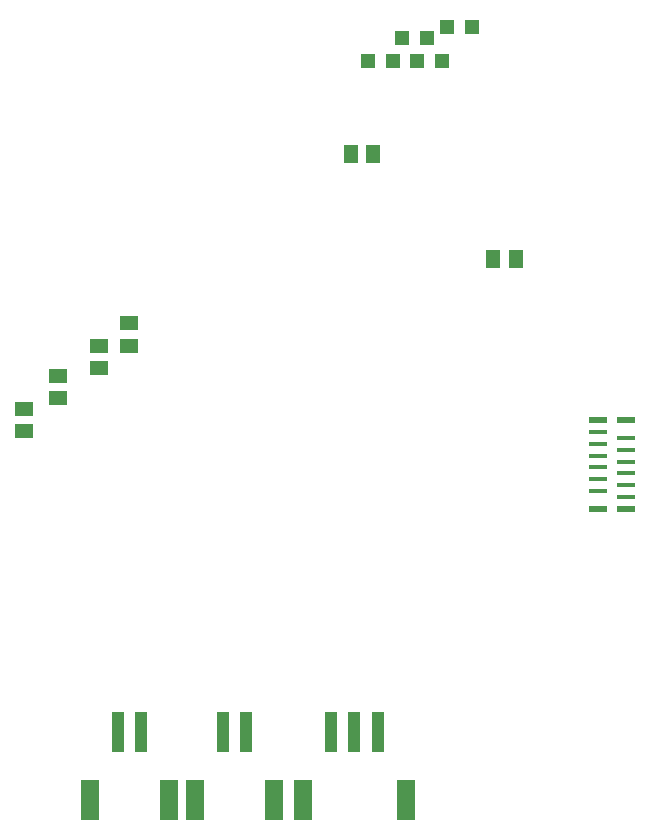
<source format=gtp>
G04 EAGLE Gerber RS-274X export*
G75*
%MOMM*%
%FSLAX34Y34*%
%LPD*%
%INTop Paste*%
%IPPOS*%
%AMOC8*
5,1,8,0,0,1.08239X$1,22.5*%
G01*
%ADD10R,1.200000X1.200000*%
%ADD11R,1.000000X3.500000*%
%ADD12R,1.500000X3.400000*%
%ADD13R,1.500000X1.300000*%
%ADD14R,1.600200X0.406400*%
%ADD15R,1.600200X0.609600*%
%ADD16R,1.300000X1.500000*%


D10*
X569300Y685800D03*
X548300Y685800D03*
X522900Y657225D03*
X543900Y657225D03*
X510200Y676275D03*
X531200Y676275D03*
D11*
X378300Y88900D03*
X358300Y88900D03*
D12*
X401800Y31400D03*
X334800Y31400D03*
D11*
X289400Y88900D03*
X269400Y88900D03*
D12*
X312900Y31400D03*
X245900Y31400D03*
D11*
X449900Y88900D03*
X469900Y88900D03*
X489900Y88900D03*
D12*
X513400Y31400D03*
X426400Y31400D03*
D13*
X190500Y362560D03*
X190500Y343560D03*
X279400Y434950D03*
X279400Y415950D03*
X254000Y415900D03*
X254000Y396900D03*
D14*
X676148Y342900D03*
X700024Y337900D03*
X676148Y332900D03*
X700024Y327900D03*
X676148Y322900D03*
X700024Y317900D03*
X676148Y312900D03*
X700024Y307900D03*
X676148Y302900D03*
X700024Y297900D03*
X676148Y292900D03*
X700024Y287900D03*
D15*
X700024Y277935D03*
X700024Y352865D03*
X676148Y277935D03*
X676148Y352865D03*
D10*
X481625Y657225D03*
X502625Y657225D03*
D13*
X219075Y390500D03*
X219075Y371500D03*
D16*
X466750Y577850D03*
X485750Y577850D03*
X587400Y488950D03*
X606400Y488950D03*
M02*

</source>
